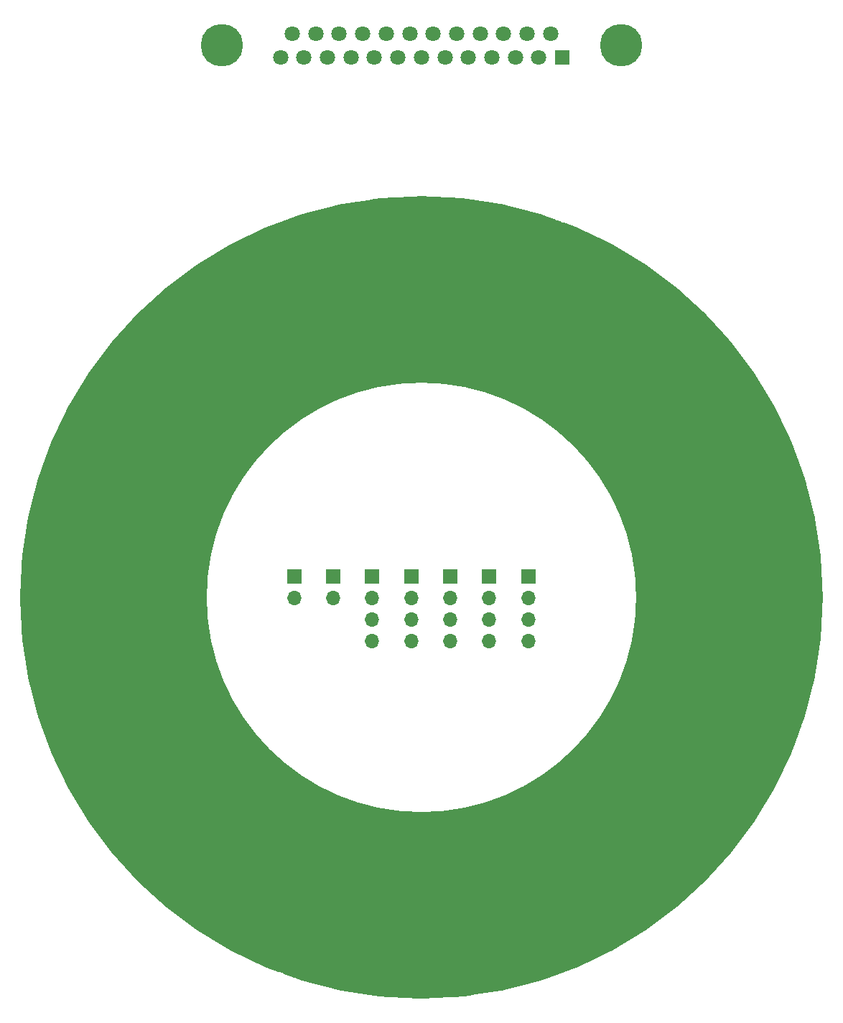
<source format=gbr>
%TF.GenerationSoftware,KiCad,Pcbnew,7.0.2*%
%TF.CreationDate,2023-11-03T12:42:45-06:00*%
%TF.ProjectId,KF50_DB25_PinHeader,4b463530-5f44-4423-9235-5f50696e4865,rev?*%
%TF.SameCoordinates,Original*%
%TF.FileFunction,Soldermask,Top*%
%TF.FilePolarity,Negative*%
%FSLAX46Y46*%
G04 Gerber Fmt 4.6, Leading zero omitted, Abs format (unit mm)*
G04 Created by KiCad (PCBNEW 7.0.2) date 2023-11-03 12:42:45*
%MOMM*%
%LPD*%
G01*
G04 APERTURE LIST*
%ADD10C,22.000000*%
%ADD11C,10.000000*%
%ADD12O,1.700000X1.700000*%
%ADD13R,1.700000X1.700000*%
%ADD14C,5.000000*%
%ADD15C,1.800000*%
%ADD16R,1.800000X1.800000*%
G04 APERTURE END LIST*
D10*
X36323279Y0D02*
G75*
G03*
X36323279Y0I-36323279J0D01*
G01*
D11*
%TO.C,H8*%
X38341001Y15881362D03*
%TD*%
%TO.C,H7*%
X38341001Y-15881362D03*
%TD*%
D12*
%TO.C,J8*%
X-15000000Y-40000D03*
D13*
X-15000000Y2500000D03*
%TD*%
D12*
%TO.C,J7*%
X-10400000Y-40000D03*
D13*
X-10400000Y2500000D03*
%TD*%
D12*
%TO.C,J6*%
X-5800000Y-5120000D03*
X-5800000Y-2580000D03*
X-5800000Y-40000D03*
D13*
X-5800000Y2500000D03*
%TD*%
D12*
%TO.C,J5*%
X-1200000Y-5120000D03*
X-1200000Y-2580000D03*
X-1200000Y-40000D03*
D13*
X-1200000Y2500000D03*
%TD*%
D12*
%TO.C,J4*%
X3400000Y-5120000D03*
X3400000Y-2580000D03*
X3400000Y-40000D03*
D13*
X3400000Y2500000D03*
%TD*%
D12*
%TO.C,J3*%
X8000000Y-5120000D03*
X8000000Y-2580000D03*
X8000000Y-40000D03*
D13*
X8000000Y2500000D03*
%TD*%
D12*
%TO.C,J2*%
X12600000Y-5120000D03*
X12600000Y-2580000D03*
X12600000Y-40000D03*
D13*
X12600000Y2500000D03*
%TD*%
D14*
%TO.C,J1*%
X-23520000Y65080000D03*
X23520000Y65080000D03*
D15*
X-15235000Y66500000D03*
X-12465000Y66500000D03*
X-9695000Y66500000D03*
X-6925000Y66500000D03*
X-4155000Y66500000D03*
X-1385000Y66500000D03*
X1385000Y66500000D03*
X4155000Y66500000D03*
X6925000Y66500000D03*
X9695000Y66500000D03*
X12465000Y66500000D03*
X15235000Y66500000D03*
X-16620000Y63660000D03*
X-13850000Y63660000D03*
X-11080000Y63660000D03*
X-8310000Y63660000D03*
X-5540000Y63660000D03*
X-2770000Y63660000D03*
X0Y63660000D03*
X2770000Y63660000D03*
X5540000Y63660000D03*
X8310000Y63660000D03*
X11080000Y63660000D03*
X13850000Y63660000D03*
D16*
X16620000Y63660000D03*
%TD*%
D11*
%TO.C,H6*%
X15881362Y38341001D03*
%TD*%
%TO.C,H5*%
X-15881362Y-38341001D03*
%TD*%
%TO.C,H4*%
X15881362Y-38341001D03*
%TD*%
%TO.C,H3*%
X-38341001Y-15881362D03*
%TD*%
%TO.C,H2*%
X-38341001Y15881362D03*
%TD*%
%TO.C,H1*%
X-15881362Y38341001D03*
%TD*%
M02*

</source>
